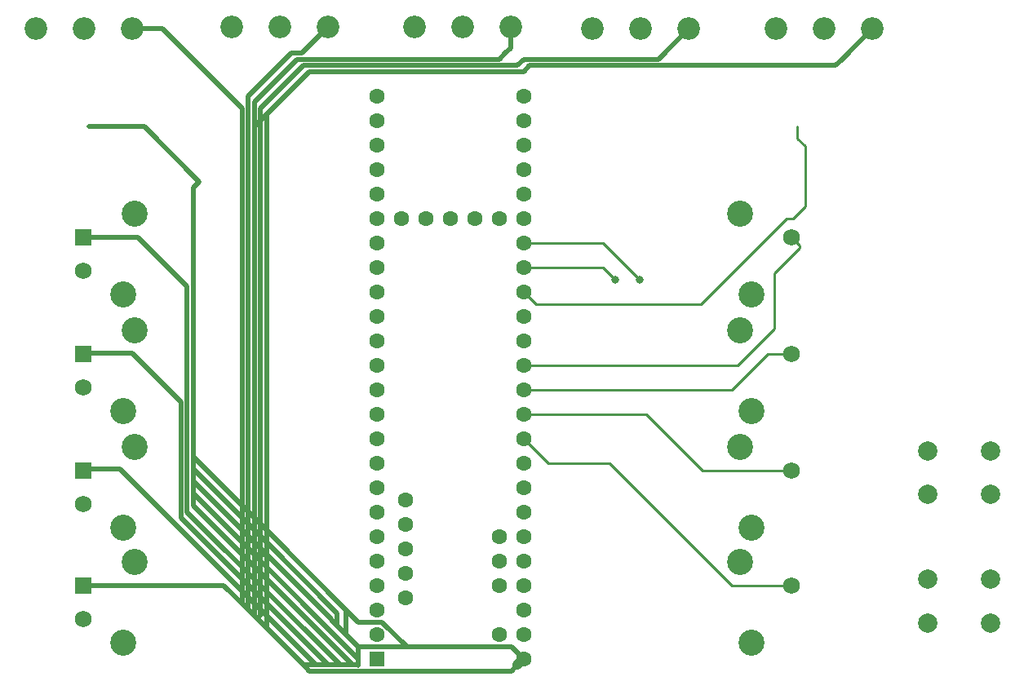
<source format=gbr>
%TF.GenerationSoftware,KiCad,Pcbnew,(5.1.4-0-10_14)*%
%TF.CreationDate,2020-08-04T18:42:11+02:00*%
%TF.ProjectId,usb-teensy3.6_kicad,7573622d-7465-4656-9e73-79332e365f6b,rev?*%
%TF.SameCoordinates,Original*%
%TF.FileFunction,Copper,L2,Bot*%
%TF.FilePolarity,Positive*%
%FSLAX46Y46*%
G04 Gerber Fmt 4.6, Leading zero omitted, Abs format (unit mm)*
G04 Created by KiCad (PCBNEW (5.1.4-0-10_14)) date 2020-08-04 18:42:11*
%MOMM*%
%LPD*%
G04 APERTURE LIST*
%ADD10C,1.600000*%
%ADD11R,1.600000X1.600000*%
%ADD12C,2.700000*%
%ADD13C,1.750000*%
%ADD14R,1.750000X1.750000*%
%ADD15C,2.340000*%
%ADD16C,2.000000*%
%ADD17C,0.800000*%
%ADD18C,0.250000*%
%ADD19C,0.500000*%
%ADD20C,1.000000*%
G04 APERTURE END LIST*
D10*
X124285000Y-130810000D03*
X124285000Y-133350000D03*
X124285000Y-135890000D03*
X124285000Y-138430000D03*
X124285000Y-140970000D03*
X133985000Y-134620000D03*
X133985000Y-137160000D03*
X133985000Y-139700000D03*
X133985000Y-144780000D03*
X136525000Y-147320000D03*
X136525000Y-144780000D03*
X136525000Y-142240000D03*
X136525000Y-139700000D03*
X136525000Y-137160000D03*
X136525000Y-134620000D03*
X136525000Y-132080000D03*
X136525000Y-129540000D03*
X136525000Y-127000000D03*
X136525000Y-124460000D03*
X136525000Y-121920000D03*
X136525000Y-119380000D03*
X136525000Y-116840000D03*
X136525000Y-114300000D03*
X136525000Y-111760000D03*
X136525000Y-109220000D03*
D11*
X121285000Y-147320000D03*
D10*
X121285000Y-144780000D03*
X121285000Y-142240000D03*
X121285000Y-139700000D03*
X121285000Y-137160000D03*
X121285000Y-134620000D03*
X121285000Y-132080000D03*
X121285000Y-129540000D03*
X121285000Y-127000000D03*
X121285000Y-124460000D03*
X121285000Y-121920000D03*
X121285000Y-119380000D03*
X121285000Y-116840000D03*
X136525000Y-106680000D03*
X136525000Y-104140000D03*
X136525000Y-101600000D03*
X136525000Y-99060000D03*
X136525000Y-96520000D03*
X136525000Y-93980000D03*
X136525000Y-91440000D03*
X136525000Y-88900000D03*
X133985000Y-101600000D03*
X131445000Y-101600000D03*
X128905000Y-101600000D03*
X126365000Y-101600000D03*
X123825000Y-101600000D03*
X121285000Y-88900000D03*
X121285000Y-91440000D03*
X121285000Y-93980000D03*
X121285000Y-96520000D03*
X121285000Y-114300000D03*
X121285000Y-111760000D03*
X121285000Y-109220000D03*
X121285000Y-99060000D03*
X121285000Y-101600000D03*
X121285000Y-104140000D03*
X121285000Y-106680000D03*
D12*
X160155000Y-109490000D03*
X94955000Y-109490000D03*
X158955000Y-101090000D03*
X96155000Y-101090000D03*
D13*
X164305000Y-103540000D03*
X90805000Y-107040000D03*
D14*
X90805000Y-103540000D03*
D12*
X160155000Y-121590000D03*
X94955000Y-121590000D03*
X158955000Y-113190000D03*
X96155000Y-113190000D03*
D13*
X164305000Y-115640000D03*
X90805000Y-119140000D03*
D14*
X90805000Y-115640000D03*
D12*
X160155000Y-133690000D03*
X94955000Y-133690000D03*
X158955000Y-125290000D03*
X96155000Y-125290000D03*
D13*
X164305000Y-127740000D03*
X90805000Y-131240000D03*
D14*
X90805000Y-127740000D03*
D12*
X160155000Y-145650000D03*
X94955000Y-145650000D03*
X158955000Y-137250000D03*
X96155000Y-137250000D03*
D13*
X164305000Y-139700000D03*
X90805000Y-143200000D03*
D14*
X90805000Y-139700000D03*
D15*
X172720000Y-81915000D03*
X167720000Y-81915000D03*
X162720000Y-81915000D03*
D16*
X184935000Y-125730000D03*
X184935000Y-130230000D03*
X178435000Y-125730000D03*
X178435000Y-130230000D03*
X184935000Y-139065000D03*
X184935000Y-143565000D03*
X178435000Y-139065000D03*
X178435000Y-143565000D03*
D15*
X153670000Y-81915000D03*
X148670000Y-81915000D03*
X143670000Y-81915000D03*
X135175000Y-81755000D03*
X130175000Y-81755000D03*
X125175000Y-81755000D03*
X116205000Y-81755000D03*
X111205000Y-81755000D03*
X106205000Y-81755000D03*
X95885000Y-81915000D03*
X90885000Y-81915000D03*
X85885000Y-81915000D03*
D17*
X146050000Y-107950000D03*
X148590000Y-107950000D03*
D18*
X136525000Y-109220000D02*
X137324999Y-110019999D01*
X164940000Y-93312436D02*
X165735000Y-94107436D01*
X164940000Y-92075000D02*
X164940000Y-93312436D01*
X165735000Y-100333998D02*
X164468998Y-101600000D01*
X165735000Y-94107436D02*
X165735000Y-100333998D01*
X164468998Y-101600000D02*
X163830000Y-101600000D01*
X163830000Y-101600000D02*
X154940000Y-110490000D01*
X154940000Y-110490000D02*
X137795000Y-110490000D01*
X137795000Y-110490000D02*
X136525000Y-109220000D01*
X165179999Y-104414999D02*
X165179999Y-104695001D01*
X164305000Y-103540000D02*
X165179999Y-104414999D01*
X165179999Y-104695001D02*
X162560000Y-107315000D01*
X162560000Y-107315000D02*
X162560000Y-113030000D01*
X158750000Y-116840000D02*
X136525000Y-116840000D01*
X162560000Y-113030000D02*
X158750000Y-116840000D01*
X164305000Y-115640000D02*
X161855000Y-115640000D01*
X161855000Y-115640000D02*
X158115000Y-119380000D01*
X158115000Y-119380000D02*
X136525000Y-119380000D01*
X136525000Y-121920000D02*
X137160000Y-121920000D01*
X149225000Y-121920000D02*
X136525000Y-121920000D01*
X155045000Y-127740000D02*
X149225000Y-121920000D01*
X164305000Y-127740000D02*
X155045000Y-127740000D01*
X158115000Y-139700000D02*
X164305000Y-139700000D01*
X145415000Y-127000000D02*
X158115000Y-139700000D01*
X139065000Y-127000000D02*
X145415000Y-127000000D01*
X136525000Y-124460000D02*
X139065000Y-127000000D01*
X144780000Y-106680000D02*
X146050000Y-107950000D01*
X136525000Y-106680000D02*
X144780000Y-106680000D01*
X144145000Y-104140000D02*
X144780000Y-104140000D01*
X144145000Y-104140000D02*
X136525000Y-104140000D01*
X144780000Y-104140000D02*
X148590000Y-107950000D01*
X148590000Y-107950000D02*
X148590000Y-107950000D01*
D19*
X95885000Y-81915000D02*
X99060000Y-81915000D01*
D18*
X105410000Y-88265000D02*
X105092500Y-87947500D01*
D19*
X99060000Y-81915000D02*
X105092500Y-87947500D01*
X135175000Y-81755000D02*
X135175000Y-83900000D01*
X135175000Y-83900000D02*
X134620000Y-84455000D01*
X134620000Y-84455000D02*
X133985000Y-85090000D01*
X133985000Y-85090000D02*
X116205000Y-85090000D01*
X116205000Y-85090000D02*
X114935000Y-85090000D01*
X114935000Y-85090000D02*
X113665000Y-85090000D01*
X113665000Y-85090000D02*
X113030000Y-85090000D01*
X113030000Y-85090000D02*
X108585000Y-89535000D01*
X116205000Y-81755000D02*
X114935000Y-83025000D01*
D18*
X114935000Y-83025000D02*
X114935000Y-83185000D01*
D19*
X172720000Y-81915000D02*
X169545000Y-85090000D01*
D18*
X108585000Y-92075000D02*
X108585000Y-92710000D01*
D19*
X136525000Y-86360000D02*
X114300000Y-86360000D01*
X168910000Y-85725000D02*
X137160000Y-85725000D01*
X137160000Y-85725000D02*
X136525000Y-86360000D01*
X108585000Y-89535000D02*
X108585000Y-92710000D01*
X169545000Y-85090000D02*
X168910000Y-85725000D01*
D20*
X135890000Y-147955000D02*
X136525000Y-147320000D01*
D19*
X100330000Y-139700000D02*
X90805000Y-139700000D01*
X105410000Y-139700000D02*
X100330000Y-139700000D01*
X94615000Y-127635000D02*
X112375001Y-145395001D01*
X112375001Y-145395001D02*
X112414999Y-145395001D01*
X90805000Y-127635000D02*
X94615000Y-127635000D01*
X91440000Y-92075000D02*
X97155000Y-92075000D01*
X97155000Y-92075000D02*
X102870000Y-97790000D01*
X102870000Y-97790000D02*
X102235000Y-98425000D01*
X107315000Y-90170000D02*
X107315000Y-135255000D01*
X105092500Y-87947500D02*
X107315000Y-90170000D01*
X113505000Y-84455000D02*
X112395000Y-84455000D01*
X112395000Y-84455000D02*
X107950000Y-88900000D01*
X114935000Y-83025000D02*
X113505000Y-84455000D01*
X107950000Y-88900000D02*
X107950000Y-134620000D01*
X108585000Y-92710000D02*
X108585000Y-133985000D01*
X119360001Y-146069999D02*
X119360001Y-146665001D01*
X109220000Y-90170000D02*
X109220000Y-133350000D01*
X113665000Y-85725000D02*
X109220000Y-90170000D01*
X135890000Y-85725000D02*
X113665000Y-85725000D01*
X150495000Y-85090000D02*
X136525000Y-85090000D01*
X153670000Y-81915000D02*
X150495000Y-85090000D01*
X136525000Y-85090000D02*
X135890000Y-85725000D01*
X109855000Y-90805000D02*
X109855000Y-144145000D01*
X114300000Y-86360000D02*
X109855000Y-90805000D01*
X109855000Y-90805000D02*
X108585000Y-92075000D01*
X107315000Y-135255000D02*
X107315000Y-141605000D01*
X107315000Y-141605000D02*
X105410000Y-139700000D01*
X107950000Y-134620000D02*
X107950000Y-142240000D01*
X108585000Y-133985000D02*
X108585000Y-142875000D01*
X109220000Y-133350000D02*
X109220000Y-142875000D01*
X110172500Y-134302500D02*
X102235000Y-126365000D01*
X102235000Y-98425000D02*
X102235000Y-126365000D01*
X109220000Y-133350000D02*
X110172500Y-134302500D01*
X109855000Y-135255000D02*
X102235000Y-127635000D01*
X102235000Y-126365000D02*
X102235000Y-127635000D01*
X108585000Y-133985000D02*
X109855000Y-135255000D01*
X109855000Y-136525000D02*
X102235000Y-128905000D01*
X102235000Y-127635000D02*
X102235000Y-128905000D01*
X107950000Y-134620000D02*
X109855000Y-136525000D01*
X108585000Y-136525000D02*
X102235000Y-130175000D01*
X109855000Y-136525000D02*
X108585000Y-136525000D01*
X102235000Y-128905000D02*
X102235000Y-130175000D01*
X107315000Y-135255000D02*
X115570000Y-143510000D01*
X109855000Y-136525000D02*
X116522500Y-143192500D01*
X109855000Y-135255000D02*
X117157500Y-142557500D01*
X110172500Y-134302500D02*
X118110000Y-142240000D01*
X118110000Y-144819998D02*
X119360001Y-146069999D01*
X118110000Y-142240000D02*
X118110000Y-144819998D01*
X117157500Y-143867498D02*
X118110000Y-144819998D01*
X117157500Y-142557500D02*
X117157500Y-143867498D01*
X116522500Y-143232498D02*
X117157500Y-143867498D01*
X116522500Y-143192500D02*
X116522500Y-143232498D01*
X115570000Y-143510000D02*
X119360001Y-147300001D01*
X119360001Y-146665001D02*
X119360001Y-147300001D01*
X101600000Y-108655000D02*
X96485000Y-103540000D01*
X101600000Y-132080000D02*
X101600000Y-108655000D01*
X117475000Y-147955000D02*
X101600000Y-132080000D01*
X118745000Y-147955000D02*
X117475000Y-147955000D01*
X96485000Y-103540000D02*
X90805000Y-103540000D01*
X102235000Y-131445000D02*
X118745000Y-147955000D01*
X102235000Y-130175000D02*
X102235000Y-131445000D01*
X116205000Y-147955000D02*
X117475000Y-147955000D01*
X100965000Y-132715000D02*
X116205000Y-147955000D01*
X95885000Y-115570000D02*
X100965000Y-120650000D01*
X100965000Y-120650000D02*
X100965000Y-132715000D01*
X90805000Y-115570000D02*
X95885000Y-115570000D01*
X112375001Y-145395001D02*
X114935000Y-147955000D01*
X114935000Y-147955000D02*
X116205000Y-147955000D01*
X113665000Y-147955000D02*
X114935000Y-147955000D01*
X107315000Y-141605000D02*
X113665000Y-147955000D01*
X119340002Y-147955000D02*
X119360001Y-147974999D01*
X118745000Y-147955000D02*
X119340002Y-147955000D01*
X119360001Y-147300001D02*
X119360001Y-147974999D01*
X114300000Y-148590000D02*
X113665000Y-147955000D01*
X135255000Y-148590000D02*
X114300000Y-148590000D01*
X135890000Y-147955000D02*
X135255000Y-148590000D01*
X119360001Y-143490001D02*
X118110000Y-142240000D01*
X121845003Y-143490001D02*
X119360001Y-143490001D01*
X124425001Y-146069999D02*
X121845003Y-143490001D01*
X127019999Y-146069999D02*
X124425001Y-146069999D01*
X119360001Y-146069999D02*
X127019999Y-146069999D01*
X135274999Y-146069999D02*
X135725001Y-146520001D01*
X135725001Y-146520001D02*
X136525000Y-147320000D01*
X127019999Y-146069999D02*
X135274999Y-146069999D01*
M02*

</source>
